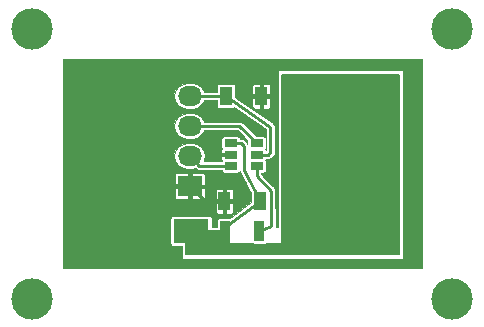
<source format=gbr>
G04 #@! TF.FileFunction,Copper,L1,Top,Signal*
%FSLAX46Y46*%
G04 Gerber Fmt 4.6, Leading zero omitted, Abs format (unit mm)*
G04 Created by KiCad (PCBNEW 4.0.2+dfsg1-stable) date søn 22 jan 2017 04:54:43 CET*
%MOMM*%
G01*
G04 APERTURE LIST*
%ADD10C,0.100000*%
%ADD11C,3.500000*%
%ADD12R,1.000000X1.600000*%
%ADD13R,0.900000X1.700000*%
%ADD14R,1.060000X0.650000*%
%ADD15R,3.000000X2.000000*%
%ADD16R,2.032000X1.727200*%
%ADD17O,2.032000X1.727200*%
%ADD18C,0.250000*%
%ADD19C,0.200000*%
G04 APERTURE END LIST*
D10*
D11*
X72390000Y49530000D03*
X107950000Y26670000D03*
X107950000Y49530000D03*
X72390000Y26670000D03*
D12*
X91670000Y34925000D03*
X88670000Y34925000D03*
X88797000Y43815000D03*
X91797000Y43815000D03*
D13*
X88720000Y32385000D03*
X91620000Y32385000D03*
D14*
X89197000Y39812000D03*
X89197000Y38862000D03*
X89197000Y37912000D03*
X91397000Y37912000D03*
X91397000Y39812000D03*
X91397000Y38862000D03*
D15*
X85852000Y32385000D03*
D16*
X85725000Y36195000D03*
D17*
X85725000Y38735000D03*
X85725000Y41275000D03*
X85725000Y43815000D03*
D18*
X88720000Y32385000D02*
X88720000Y32737000D01*
X88720000Y32737000D02*
X91670000Y34925000D01*
X85852000Y32385000D02*
X88720000Y32385000D01*
X89197000Y39812000D02*
X90058200Y39812000D01*
X90297000Y37568000D02*
X91670000Y34925000D01*
X90297000Y39573200D02*
X90297000Y37568000D01*
X90058200Y39812000D02*
X90297000Y39573200D01*
X85725000Y36195000D02*
X86995000Y34925000D01*
X86995000Y34925000D02*
X88670000Y34925000D01*
X89070000Y38989000D02*
X89197000Y38862000D01*
X91397000Y38862000D02*
X92329000Y38862000D01*
X92557600Y41197400D02*
X88797000Y43815000D01*
X92557600Y39090600D02*
X92557600Y41197400D01*
X92329000Y38862000D02*
X92557600Y39090600D01*
X88797000Y43815000D02*
X85725000Y43815000D01*
X85725000Y38735000D02*
X86548000Y37912000D01*
X86548000Y37912000D02*
X89197000Y37912000D01*
X89934000Y41275000D02*
X85725000Y41275000D01*
X91397000Y39812000D02*
X89934000Y41275000D01*
X91397000Y37912000D02*
X91397000Y37023000D01*
X91397000Y37023000D02*
X92583000Y35814000D01*
X92583000Y35814000D02*
X92583000Y35814000D01*
X91620000Y32385000D02*
X92636000Y32791400D01*
X92636000Y32791400D02*
X92583000Y35814000D01*
D19*
G36*
X103405000Y30453000D02*
X85444000Y30453000D01*
X85444000Y32412000D01*
X89054000Y32412000D01*
X89054000Y31369000D01*
X89061879Y31330094D01*
X89084273Y31297319D01*
X89117654Y31275839D01*
X89154000Y31269000D01*
X91027905Y31269000D01*
X91050997Y31253222D01*
X91170000Y31229123D01*
X92070000Y31229123D01*
X92181173Y31250042D01*
X92210635Y31269000D01*
X93472000Y31269000D01*
X93510906Y31276879D01*
X93543681Y31299273D01*
X93565161Y31332654D01*
X93572000Y31369000D01*
X93572000Y45620000D01*
X103405000Y45620000D01*
X103405000Y30453000D01*
X103405000Y30453000D01*
G37*
X103405000Y30453000D02*
X85444000Y30453000D01*
X85444000Y32412000D01*
X89054000Y32412000D01*
X89054000Y31369000D01*
X89061879Y31330094D01*
X89084273Y31297319D01*
X89117654Y31275839D01*
X89154000Y31269000D01*
X91027905Y31269000D01*
X91050997Y31253222D01*
X91170000Y31229123D01*
X92070000Y31229123D01*
X92181173Y31250042D01*
X92210635Y31269000D01*
X93472000Y31269000D01*
X93510906Y31276879D01*
X93543681Y31299273D01*
X93565161Y31332654D01*
X93572000Y31369000D01*
X93572000Y45620000D01*
X103405000Y45620000D01*
X103405000Y30453000D01*
D10*
G36*
X105381820Y29821853D02*
X105361754Y29260000D01*
X74980000Y29260000D01*
X74980000Y33385000D01*
X84097103Y33385000D01*
X84097103Y31385000D01*
X84114535Y31292356D01*
X84169288Y31207268D01*
X84252831Y31150185D01*
X84352000Y31130103D01*
X85040000Y31130103D01*
X85040000Y30099000D01*
X85043939Y30079547D01*
X85055136Y30063160D01*
X85071827Y30052419D01*
X85090000Y30049000D01*
X103759000Y30049000D01*
X103778453Y30052939D01*
X103794840Y30064136D01*
X103805581Y30080827D01*
X103809000Y30099000D01*
X103809000Y45974000D01*
X103805061Y45993453D01*
X103793864Y46009840D01*
X103777173Y46020581D01*
X103759000Y46024000D01*
X93218000Y46024000D01*
X93198547Y46020061D01*
X93182160Y46008864D01*
X93171419Y45992173D01*
X93168000Y45974000D01*
X93168000Y32689000D01*
X92991246Y32689000D01*
X92996960Y32720614D01*
X93010972Y32786828D01*
X93009934Y32792399D01*
X93010942Y32797974D01*
X92957942Y35820574D01*
X92943476Y35887178D01*
X92930817Y35954173D01*
X92929813Y35955708D01*
X92929455Y35957506D01*
X92927596Y35960288D01*
X92926886Y35963558D01*
X92888026Y36019565D01*
X92850699Y36076606D01*
X92551128Y36381986D01*
X92710791Y36384512D01*
X92730179Y36388759D01*
X92746387Y36400214D01*
X92756862Y36417072D01*
X92760000Y36434506D01*
X92760000Y36440390D01*
X92756061Y36459843D01*
X92744864Y36476230D01*
X92728173Y36486971D01*
X92709153Y36490383D01*
X92449117Y36485976D01*
X91772000Y37176224D01*
X91772000Y37332103D01*
X91927000Y37332103D01*
X92019644Y37349535D01*
X92104732Y37404288D01*
X92161815Y37487831D01*
X92181897Y37587000D01*
X92181897Y38237000D01*
X92164465Y38329644D01*
X92127327Y38387357D01*
X92161815Y38437831D01*
X92171772Y38487000D01*
X92329000Y38487000D01*
X92472507Y38515545D01*
X92594165Y38596835D01*
X92822765Y38825435D01*
X92904055Y38947093D01*
X92932600Y39090600D01*
X92932600Y41197400D01*
X92926085Y41230156D01*
X92926720Y41263548D01*
X92911949Y41301221D01*
X92904055Y41340906D01*
X92885501Y41368674D01*
X92873309Y41399769D01*
X92845244Y41428923D01*
X92822765Y41462565D01*
X92794998Y41481118D01*
X92771834Y41505181D01*
X89767322Y43596500D01*
X91039000Y43596500D01*
X91039000Y42963680D01*
X91078278Y42868854D01*
X91150855Y42796278D01*
X91245681Y42757000D01*
X91578500Y42757000D01*
X91643000Y42821500D01*
X91643000Y43661000D01*
X91951000Y43661000D01*
X91951000Y42821500D01*
X92015500Y42757000D01*
X92348319Y42757000D01*
X92443145Y42796278D01*
X92515722Y42868854D01*
X92555000Y42963680D01*
X92555000Y43596500D01*
X92490500Y43661000D01*
X91951000Y43661000D01*
X91643000Y43661000D01*
X91103500Y43661000D01*
X91039000Y43596500D01*
X89767322Y43596500D01*
X89551897Y43746448D01*
X89551897Y44615000D01*
X89542241Y44666320D01*
X91039000Y44666320D01*
X91039000Y44033500D01*
X91103500Y43969000D01*
X91643000Y43969000D01*
X91643000Y44808500D01*
X91951000Y44808500D01*
X91951000Y43969000D01*
X92490500Y43969000D01*
X92555000Y44033500D01*
X92555000Y44666320D01*
X92515722Y44761146D01*
X92443145Y44833722D01*
X92348319Y44873000D01*
X92015500Y44873000D01*
X91951000Y44808500D01*
X91643000Y44808500D01*
X91578500Y44873000D01*
X91245681Y44873000D01*
X91150855Y44833722D01*
X91078278Y44761146D01*
X91039000Y44666320D01*
X89542241Y44666320D01*
X89534465Y44707644D01*
X89479712Y44792732D01*
X89396169Y44849815D01*
X89297000Y44869897D01*
X88297000Y44869897D01*
X88204356Y44852465D01*
X88119268Y44797712D01*
X88062185Y44714169D01*
X88042103Y44615000D01*
X88042103Y44190000D01*
X86941210Y44190000D01*
X86931034Y44241156D01*
X86689636Y44602434D01*
X86328358Y44843832D01*
X85902202Y44928600D01*
X85547798Y44928600D01*
X85121642Y44843832D01*
X84760364Y44602434D01*
X84518966Y44241156D01*
X84434198Y43815000D01*
X84518966Y43388844D01*
X84760364Y43027566D01*
X85121642Y42786168D01*
X85547798Y42701400D01*
X85902202Y42701400D01*
X86328358Y42786168D01*
X86689636Y43027566D01*
X86931034Y43388844D01*
X86941210Y43440000D01*
X88042103Y43440000D01*
X88042103Y43015000D01*
X88059535Y42922356D01*
X88114288Y42837268D01*
X88197831Y42780185D01*
X88297000Y42760103D01*
X89297000Y42760103D01*
X89389644Y42777535D01*
X89474732Y42832288D01*
X89499769Y42868931D01*
X92182600Y41001522D01*
X92182600Y39245930D01*
X92173670Y39237000D01*
X92172489Y39237000D01*
X92164465Y39279644D01*
X92127327Y39337357D01*
X92161815Y39387831D01*
X92181897Y39487000D01*
X92181897Y40137000D01*
X92164465Y40229644D01*
X92109712Y40314732D01*
X92026169Y40371815D01*
X91927000Y40391897D01*
X91347433Y40391897D01*
X90199165Y41540165D01*
X90077507Y41621455D01*
X89934000Y41650000D01*
X86941210Y41650000D01*
X86931034Y41701156D01*
X86689636Y42062434D01*
X86328358Y42303832D01*
X85902202Y42388600D01*
X85547798Y42388600D01*
X85121642Y42303832D01*
X84760364Y42062434D01*
X84518966Y41701156D01*
X84434198Y41275000D01*
X84518966Y40848844D01*
X84760364Y40487566D01*
X85121642Y40246168D01*
X85547798Y40161400D01*
X85902202Y40161400D01*
X86328358Y40246168D01*
X86689636Y40487566D01*
X86931034Y40848844D01*
X86941210Y40900000D01*
X89778670Y40900000D01*
X90612103Y40066567D01*
X90612103Y39763628D01*
X90562165Y39838365D01*
X90323365Y40077165D01*
X90201707Y40158455D01*
X90058200Y40187000D01*
X89972489Y40187000D01*
X89964465Y40229644D01*
X89909712Y40314732D01*
X89826169Y40371815D01*
X89727000Y40391897D01*
X88667000Y40391897D01*
X88574356Y40374465D01*
X88489268Y40319712D01*
X88432185Y40236169D01*
X88412103Y40137000D01*
X88412103Y39487000D01*
X88429535Y39394356D01*
X88460840Y39345707D01*
X88448278Y39333146D01*
X88409000Y39238320D01*
X88409000Y39080500D01*
X88473500Y39016000D01*
X89043000Y39016000D01*
X89043000Y39036000D01*
X89351000Y39036000D01*
X89351000Y39016000D01*
X89371000Y39016000D01*
X89371000Y38708000D01*
X89351000Y38708000D01*
X89351000Y38688000D01*
X89043000Y38688000D01*
X89043000Y38708000D01*
X88473500Y38708000D01*
X88409000Y38643500D01*
X88409000Y38485680D01*
X88448278Y38390854D01*
X88460915Y38378217D01*
X88432185Y38336169D01*
X88422228Y38287000D01*
X86916438Y38287000D01*
X86931034Y38308844D01*
X87015802Y38735000D01*
X86931034Y39161156D01*
X86689636Y39522434D01*
X86328358Y39763832D01*
X85902202Y39848600D01*
X85547798Y39848600D01*
X85121642Y39763832D01*
X84760364Y39522434D01*
X84518966Y39161156D01*
X84434198Y38735000D01*
X84518966Y38308844D01*
X84760364Y37947566D01*
X85121642Y37706168D01*
X85547798Y37621400D01*
X85902202Y37621400D01*
X86240899Y37688771D01*
X86282835Y37646835D01*
X86404494Y37565545D01*
X86548000Y37537000D01*
X88421511Y37537000D01*
X88429535Y37494356D01*
X88484288Y37409268D01*
X88567831Y37352185D01*
X88667000Y37332103D01*
X89727000Y37332103D01*
X89819644Y37349535D01*
X89904732Y37404288D01*
X89943328Y37460775D01*
X89950545Y37424494D01*
X89959651Y37410865D01*
X89964224Y37395128D01*
X90454081Y36452162D01*
X87502096Y36402128D01*
X86979359Y36393859D01*
X86999000Y36413500D01*
X86999000Y37109920D01*
X86959722Y37204746D01*
X86887145Y37277322D01*
X86792319Y37316600D01*
X85943500Y37316600D01*
X85879000Y37252100D01*
X85879000Y36376452D01*
X85597209Y36371994D01*
X85577821Y36367747D01*
X85571000Y36362926D01*
X85571000Y37252100D01*
X85506500Y37316600D01*
X84657681Y37316600D01*
X84562855Y37277322D01*
X84490278Y37204746D01*
X84451000Y37109920D01*
X84451000Y36413500D01*
X84515500Y36349000D01*
X85557082Y36349000D01*
X85551138Y36339434D01*
X85548047Y36319828D01*
X85552828Y36300565D01*
X85562645Y36286645D01*
X85689645Y36159645D01*
X85706185Y36148675D01*
X85725691Y36145005D01*
X85745087Y36149212D01*
X85761319Y36160635D01*
X85771827Y36177472D01*
X85775000Y36195000D01*
X85775000Y36272840D01*
X87503678Y36302140D01*
X90507332Y36349655D01*
X90915103Y35564703D01*
X90915103Y34831984D01*
X89105616Y33489897D01*
X88270000Y33489897D01*
X88177356Y33472465D01*
X88092268Y33417712D01*
X88035185Y33334169D01*
X88015103Y33235000D01*
X88015103Y32760000D01*
X87606897Y32760000D01*
X87606897Y33385000D01*
X87589465Y33477644D01*
X87534712Y33562732D01*
X87451169Y33619815D01*
X87352000Y33639897D01*
X84352000Y33639897D01*
X84259356Y33622465D01*
X84174268Y33567712D01*
X84117185Y33484169D01*
X84097103Y33385000D01*
X74980000Y33385000D01*
X74980000Y34706500D01*
X87912000Y34706500D01*
X87912000Y34073680D01*
X87951278Y33978854D01*
X88023855Y33906278D01*
X88118681Y33867000D01*
X88451500Y33867000D01*
X88516000Y33931500D01*
X88516000Y34771000D01*
X88824000Y34771000D01*
X88824000Y33931500D01*
X88888500Y33867000D01*
X89221319Y33867000D01*
X89316145Y33906278D01*
X89388722Y33978854D01*
X89428000Y34073680D01*
X89428000Y34706500D01*
X89363500Y34771000D01*
X88824000Y34771000D01*
X88516000Y34771000D01*
X87976500Y34771000D01*
X87912000Y34706500D01*
X74980000Y34706500D01*
X74980000Y35976500D01*
X84451000Y35976500D01*
X84451000Y35280080D01*
X84490278Y35185254D01*
X84562855Y35112678D01*
X84657681Y35073400D01*
X85506500Y35073400D01*
X85571000Y35137900D01*
X85571000Y36041000D01*
X85879000Y36041000D01*
X85879000Y35137900D01*
X85943500Y35073400D01*
X86792319Y35073400D01*
X86887145Y35112678D01*
X86959722Y35185254D01*
X86999000Y35280080D01*
X86999000Y35776320D01*
X87912000Y35776320D01*
X87912000Y35143500D01*
X87976500Y35079000D01*
X88516000Y35079000D01*
X88516000Y35918500D01*
X88824000Y35918500D01*
X88824000Y35079000D01*
X89363500Y35079000D01*
X89428000Y35143500D01*
X89428000Y35776320D01*
X89388722Y35871146D01*
X89316145Y35943722D01*
X89221319Y35983000D01*
X88888500Y35983000D01*
X88824000Y35918500D01*
X88516000Y35918500D01*
X88451500Y35983000D01*
X88118681Y35983000D01*
X88023855Y35943722D01*
X87951278Y35871146D01*
X87912000Y35776320D01*
X86999000Y35776320D01*
X86999000Y35976500D01*
X86934500Y36041000D01*
X85879000Y36041000D01*
X85571000Y36041000D01*
X84515500Y36041000D01*
X84451000Y35976500D01*
X74980000Y35976500D01*
X74980000Y46940000D01*
X105360063Y46940000D01*
X105381820Y29821853D01*
X105381820Y29821853D01*
G37*
X105381820Y29821853D02*
X105361754Y29260000D01*
X74980000Y29260000D01*
X74980000Y33385000D01*
X84097103Y33385000D01*
X84097103Y31385000D01*
X84114535Y31292356D01*
X84169288Y31207268D01*
X84252831Y31150185D01*
X84352000Y31130103D01*
X85040000Y31130103D01*
X85040000Y30099000D01*
X85043939Y30079547D01*
X85055136Y30063160D01*
X85071827Y30052419D01*
X85090000Y30049000D01*
X103759000Y30049000D01*
X103778453Y30052939D01*
X103794840Y30064136D01*
X103805581Y30080827D01*
X103809000Y30099000D01*
X103809000Y45974000D01*
X103805061Y45993453D01*
X103793864Y46009840D01*
X103777173Y46020581D01*
X103759000Y46024000D01*
X93218000Y46024000D01*
X93198547Y46020061D01*
X93182160Y46008864D01*
X93171419Y45992173D01*
X93168000Y45974000D01*
X93168000Y32689000D01*
X92991246Y32689000D01*
X92996960Y32720614D01*
X93010972Y32786828D01*
X93009934Y32792399D01*
X93010942Y32797974D01*
X92957942Y35820574D01*
X92943476Y35887178D01*
X92930817Y35954173D01*
X92929813Y35955708D01*
X92929455Y35957506D01*
X92927596Y35960288D01*
X92926886Y35963558D01*
X92888026Y36019565D01*
X92850699Y36076606D01*
X92551128Y36381986D01*
X92710791Y36384512D01*
X92730179Y36388759D01*
X92746387Y36400214D01*
X92756862Y36417072D01*
X92760000Y36434506D01*
X92760000Y36440390D01*
X92756061Y36459843D01*
X92744864Y36476230D01*
X92728173Y36486971D01*
X92709153Y36490383D01*
X92449117Y36485976D01*
X91772000Y37176224D01*
X91772000Y37332103D01*
X91927000Y37332103D01*
X92019644Y37349535D01*
X92104732Y37404288D01*
X92161815Y37487831D01*
X92181897Y37587000D01*
X92181897Y38237000D01*
X92164465Y38329644D01*
X92127327Y38387357D01*
X92161815Y38437831D01*
X92171772Y38487000D01*
X92329000Y38487000D01*
X92472507Y38515545D01*
X92594165Y38596835D01*
X92822765Y38825435D01*
X92904055Y38947093D01*
X92932600Y39090600D01*
X92932600Y41197400D01*
X92926085Y41230156D01*
X92926720Y41263548D01*
X92911949Y41301221D01*
X92904055Y41340906D01*
X92885501Y41368674D01*
X92873309Y41399769D01*
X92845244Y41428923D01*
X92822765Y41462565D01*
X92794998Y41481118D01*
X92771834Y41505181D01*
X89767322Y43596500D01*
X91039000Y43596500D01*
X91039000Y42963680D01*
X91078278Y42868854D01*
X91150855Y42796278D01*
X91245681Y42757000D01*
X91578500Y42757000D01*
X91643000Y42821500D01*
X91643000Y43661000D01*
X91951000Y43661000D01*
X91951000Y42821500D01*
X92015500Y42757000D01*
X92348319Y42757000D01*
X92443145Y42796278D01*
X92515722Y42868854D01*
X92555000Y42963680D01*
X92555000Y43596500D01*
X92490500Y43661000D01*
X91951000Y43661000D01*
X91643000Y43661000D01*
X91103500Y43661000D01*
X91039000Y43596500D01*
X89767322Y43596500D01*
X89551897Y43746448D01*
X89551897Y44615000D01*
X89542241Y44666320D01*
X91039000Y44666320D01*
X91039000Y44033500D01*
X91103500Y43969000D01*
X91643000Y43969000D01*
X91643000Y44808500D01*
X91951000Y44808500D01*
X91951000Y43969000D01*
X92490500Y43969000D01*
X92555000Y44033500D01*
X92555000Y44666320D01*
X92515722Y44761146D01*
X92443145Y44833722D01*
X92348319Y44873000D01*
X92015500Y44873000D01*
X91951000Y44808500D01*
X91643000Y44808500D01*
X91578500Y44873000D01*
X91245681Y44873000D01*
X91150855Y44833722D01*
X91078278Y44761146D01*
X91039000Y44666320D01*
X89542241Y44666320D01*
X89534465Y44707644D01*
X89479712Y44792732D01*
X89396169Y44849815D01*
X89297000Y44869897D01*
X88297000Y44869897D01*
X88204356Y44852465D01*
X88119268Y44797712D01*
X88062185Y44714169D01*
X88042103Y44615000D01*
X88042103Y44190000D01*
X86941210Y44190000D01*
X86931034Y44241156D01*
X86689636Y44602434D01*
X86328358Y44843832D01*
X85902202Y44928600D01*
X85547798Y44928600D01*
X85121642Y44843832D01*
X84760364Y44602434D01*
X84518966Y44241156D01*
X84434198Y43815000D01*
X84518966Y43388844D01*
X84760364Y43027566D01*
X85121642Y42786168D01*
X85547798Y42701400D01*
X85902202Y42701400D01*
X86328358Y42786168D01*
X86689636Y43027566D01*
X86931034Y43388844D01*
X86941210Y43440000D01*
X88042103Y43440000D01*
X88042103Y43015000D01*
X88059535Y42922356D01*
X88114288Y42837268D01*
X88197831Y42780185D01*
X88297000Y42760103D01*
X89297000Y42760103D01*
X89389644Y42777535D01*
X89474732Y42832288D01*
X89499769Y42868931D01*
X92182600Y41001522D01*
X92182600Y39245930D01*
X92173670Y39237000D01*
X92172489Y39237000D01*
X92164465Y39279644D01*
X92127327Y39337357D01*
X92161815Y39387831D01*
X92181897Y39487000D01*
X92181897Y40137000D01*
X92164465Y40229644D01*
X92109712Y40314732D01*
X92026169Y40371815D01*
X91927000Y40391897D01*
X91347433Y40391897D01*
X90199165Y41540165D01*
X90077507Y41621455D01*
X89934000Y41650000D01*
X86941210Y41650000D01*
X86931034Y41701156D01*
X86689636Y42062434D01*
X86328358Y42303832D01*
X85902202Y42388600D01*
X85547798Y42388600D01*
X85121642Y42303832D01*
X84760364Y42062434D01*
X84518966Y41701156D01*
X84434198Y41275000D01*
X84518966Y40848844D01*
X84760364Y40487566D01*
X85121642Y40246168D01*
X85547798Y40161400D01*
X85902202Y40161400D01*
X86328358Y40246168D01*
X86689636Y40487566D01*
X86931034Y40848844D01*
X86941210Y40900000D01*
X89778670Y40900000D01*
X90612103Y40066567D01*
X90612103Y39763628D01*
X90562165Y39838365D01*
X90323365Y40077165D01*
X90201707Y40158455D01*
X90058200Y40187000D01*
X89972489Y40187000D01*
X89964465Y40229644D01*
X89909712Y40314732D01*
X89826169Y40371815D01*
X89727000Y40391897D01*
X88667000Y40391897D01*
X88574356Y40374465D01*
X88489268Y40319712D01*
X88432185Y40236169D01*
X88412103Y40137000D01*
X88412103Y39487000D01*
X88429535Y39394356D01*
X88460840Y39345707D01*
X88448278Y39333146D01*
X88409000Y39238320D01*
X88409000Y39080500D01*
X88473500Y39016000D01*
X89043000Y39016000D01*
X89043000Y39036000D01*
X89351000Y39036000D01*
X89351000Y39016000D01*
X89371000Y39016000D01*
X89371000Y38708000D01*
X89351000Y38708000D01*
X89351000Y38688000D01*
X89043000Y38688000D01*
X89043000Y38708000D01*
X88473500Y38708000D01*
X88409000Y38643500D01*
X88409000Y38485680D01*
X88448278Y38390854D01*
X88460915Y38378217D01*
X88432185Y38336169D01*
X88422228Y38287000D01*
X86916438Y38287000D01*
X86931034Y38308844D01*
X87015802Y38735000D01*
X86931034Y39161156D01*
X86689636Y39522434D01*
X86328358Y39763832D01*
X85902202Y39848600D01*
X85547798Y39848600D01*
X85121642Y39763832D01*
X84760364Y39522434D01*
X84518966Y39161156D01*
X84434198Y38735000D01*
X84518966Y38308844D01*
X84760364Y37947566D01*
X85121642Y37706168D01*
X85547798Y37621400D01*
X85902202Y37621400D01*
X86240899Y37688771D01*
X86282835Y37646835D01*
X86404494Y37565545D01*
X86548000Y37537000D01*
X88421511Y37537000D01*
X88429535Y37494356D01*
X88484288Y37409268D01*
X88567831Y37352185D01*
X88667000Y37332103D01*
X89727000Y37332103D01*
X89819644Y37349535D01*
X89904732Y37404288D01*
X89943328Y37460775D01*
X89950545Y37424494D01*
X89959651Y37410865D01*
X89964224Y37395128D01*
X90454081Y36452162D01*
X87502096Y36402128D01*
X86979359Y36393859D01*
X86999000Y36413500D01*
X86999000Y37109920D01*
X86959722Y37204746D01*
X86887145Y37277322D01*
X86792319Y37316600D01*
X85943500Y37316600D01*
X85879000Y37252100D01*
X85879000Y36376452D01*
X85597209Y36371994D01*
X85577821Y36367747D01*
X85571000Y36362926D01*
X85571000Y37252100D01*
X85506500Y37316600D01*
X84657681Y37316600D01*
X84562855Y37277322D01*
X84490278Y37204746D01*
X84451000Y37109920D01*
X84451000Y36413500D01*
X84515500Y36349000D01*
X85557082Y36349000D01*
X85551138Y36339434D01*
X85548047Y36319828D01*
X85552828Y36300565D01*
X85562645Y36286645D01*
X85689645Y36159645D01*
X85706185Y36148675D01*
X85725691Y36145005D01*
X85745087Y36149212D01*
X85761319Y36160635D01*
X85771827Y36177472D01*
X85775000Y36195000D01*
X85775000Y36272840D01*
X87503678Y36302140D01*
X90507332Y36349655D01*
X90915103Y35564703D01*
X90915103Y34831984D01*
X89105616Y33489897D01*
X88270000Y33489897D01*
X88177356Y33472465D01*
X88092268Y33417712D01*
X88035185Y33334169D01*
X88015103Y33235000D01*
X88015103Y32760000D01*
X87606897Y32760000D01*
X87606897Y33385000D01*
X87589465Y33477644D01*
X87534712Y33562732D01*
X87451169Y33619815D01*
X87352000Y33639897D01*
X84352000Y33639897D01*
X84259356Y33622465D01*
X84174268Y33567712D01*
X84117185Y33484169D01*
X84097103Y33385000D01*
X74980000Y33385000D01*
X74980000Y34706500D01*
X87912000Y34706500D01*
X87912000Y34073680D01*
X87951278Y33978854D01*
X88023855Y33906278D01*
X88118681Y33867000D01*
X88451500Y33867000D01*
X88516000Y33931500D01*
X88516000Y34771000D01*
X88824000Y34771000D01*
X88824000Y33931500D01*
X88888500Y33867000D01*
X89221319Y33867000D01*
X89316145Y33906278D01*
X89388722Y33978854D01*
X89428000Y34073680D01*
X89428000Y34706500D01*
X89363500Y34771000D01*
X88824000Y34771000D01*
X88516000Y34771000D01*
X87976500Y34771000D01*
X87912000Y34706500D01*
X74980000Y34706500D01*
X74980000Y35976500D01*
X84451000Y35976500D01*
X84451000Y35280080D01*
X84490278Y35185254D01*
X84562855Y35112678D01*
X84657681Y35073400D01*
X85506500Y35073400D01*
X85571000Y35137900D01*
X85571000Y36041000D01*
X85879000Y36041000D01*
X85879000Y35137900D01*
X85943500Y35073400D01*
X86792319Y35073400D01*
X86887145Y35112678D01*
X86959722Y35185254D01*
X86999000Y35280080D01*
X86999000Y35776320D01*
X87912000Y35776320D01*
X87912000Y35143500D01*
X87976500Y35079000D01*
X88516000Y35079000D01*
X88516000Y35918500D01*
X88824000Y35918500D01*
X88824000Y35079000D01*
X89363500Y35079000D01*
X89428000Y35143500D01*
X89428000Y35776320D01*
X89388722Y35871146D01*
X89316145Y35943722D01*
X89221319Y35983000D01*
X88888500Y35983000D01*
X88824000Y35918500D01*
X88516000Y35918500D01*
X88451500Y35983000D01*
X88118681Y35983000D01*
X88023855Y35943722D01*
X87951278Y35871146D01*
X87912000Y35776320D01*
X86999000Y35776320D01*
X86999000Y35976500D01*
X86934500Y36041000D01*
X85879000Y36041000D01*
X85571000Y36041000D01*
X84515500Y36041000D01*
X84451000Y35976500D01*
X74980000Y35976500D01*
X74980000Y46940000D01*
X105360063Y46940000D01*
X105381820Y29821853D01*
M02*

</source>
